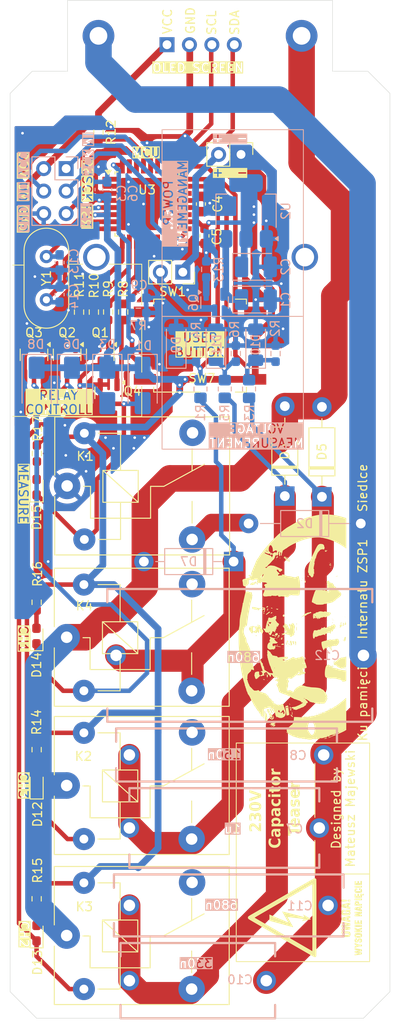
<source format=kicad_pcb>
(kicad_pcb (version 20240108) (generator "pcbnew") (generator_version "8.0")
  (layers (0 "F.Cu" signal) (31 "B.Cu" signal) (34 "B.Paste" user) (35 "F.Paste" user) (36 "B.SilkS" user "B.Silkscreen") (37 "F.SilkS" user "F.Silkscreen") (38 "B.Mask" user) (39 "F.Mask" user) (44 "Edge.Cuts" user))
  (net 0 "")
  (net 1 "Net-(Q6-S)")
  (net 2 "GND")
  (net 3 "VCC")
  (net 4 "Net-(U3-AREF)")
  (net 5 "Net-(D2-K)")
  (net 6 "/CH3_230")
  (net 7 "/CH2_230")
  (net 8 "/CH1_230")
  (net 9 "Net-(U3-XTAL1{slash}PB6)")
  (net 10 "Net-(U3-XTAL2{slash}PB7)")
  (net 11 "Net-(D1-A)")
  (net 12 "Net-(D2-A)")
  (net 13 "Net-(D12-K)")
  (net 14 "Net-(D4-A)")
  (net 15 "Net-(D13-K)")
  (net 16 "Net-(D14-K)")
  (net 17 "/CH1_MEASURE")
  (net 18 "/CH2_MEASURE")
  (net 19 "/CH3_MEASURE")
  (net 20 "Net-(D12-A)")
  (net 21 "Net-(D13-A)")
  (net 22 "Net-(D14-A)")
  (net 23 "Net-(D15-A)")
  (net 24 "/RESET")
  (net 25 "/SCK")
  (net 26 "/MISO")
  (net 27 "/MOSI")
  (net 28 "/SDA")
  (net 29 "/SCL")
  (net 30 "Net-(J4-Pin_2)")
  (net 35 "Net-(Q1-B)")
  (net 36 "Net-(Q2-B)")
  (net 37 "Net-(Q3-B)")
  (net 38 "Net-(Q4-B)")
  (net 39 "Net-(Q6-G)")
  (net 40 "Net-(Q6-D)")
  (net 41 "Net-(U3-PD2)")
  (net 42 "/MEASURE_EN")
  (net 43 "/CH3")
  (net 44 "/CH2")
  (net 45 "/CH1")
  (footprint "Package_TO_SOT_SMD:SOT-23" (layer "F.Cu") (at 123.7 83.5375 -90)
    (property "Reference" "Q3")
    (property "Value" "MMBTA44")
  )
  (footprint "Connector_PinHeader_2.54mm:PinHeader_1x02_P2.54mm_Vertical" (layer "F.Cu") (at 147.14 60.9 -90)
    (property "Reference" "J4" (hide yes))
    (property "Value" "battery")
  )
  (footprint "Capacitor_SMD:C_0603_1608Metric_Pad1.08x0.95mm_HandSolder" (layer "F.Cu") (at 142.6 66.5 -90)
    (property "Reference" "C4")
    (property "Value" "100n")
  )
  (footprint "Resistor_SMD:R_0603_1608Metric_Pad0.98x0.95mm_HandSolder" (layer "F.Cu") (at 130.48 78.7125 90)
    (property "Reference" "R10")
    (property "Value" "510R")
  )
  (footprint "Resistor_SMD:R_0603_1608Metric_Pad0.98x0.95mm_HandSolder" (layer "F.Cu") (at 131 58.4 -90)
    (property "Reference" "R12")
    (property "Value" "10k")
  )
  (footprint "Teaser:AC_plug" (layer "F.Cu") (at 154 47.5 180)
    (property "Reference" "J2" (hide yes))
    (property "Value" "AC_Plug")
  )
  (footprint "LOGO" (layer "F.Cu") (at 151.9 116 180)
    (property "Reference" "G***" (hide yes))
    (property "Value" "LOGO" (hide yes))
  )
  (footprint "Package_QFP:TQFP-32_7x7mm_P0.8mm" (layer "F.Cu") (at 136.5 66.5)
    (property "Reference" "U3")
    (property "Value" "ATmega328P-A")
  )
  (footprint "Relay_THT:Relay_SPDT_SANYOU_SRD_Series_Form_C" (layer "F.Cu") (at 127.45 98.35)
    (property "Reference" "K1")
    (property "Value" "~")
  )
  (footprint "Resistor_SMD:R_0603_1608Metric_Pad0.98x0.95mm_HandSolder" (layer "F.Cu") (at 133.8 78.7 90)
    (property "Reference" "R8")
    (property "Value" "510R")
  )
  (footprint "Relay_THT:Relay_SPDT_SANYOU_SRD_Series_Form_C" (layer "F.Cu") (at 127.4 132.2)
    (property "Reference" "K2")
    (property "Value" "~")
  )
  (footprint "Resistor_SMD:R_0603_1608Metric_Pad0.98x0.95mm_HandSolder" (layer "F.Cu") (at 124.03 94.6875 -90)
    (property "Reference" "R17")
    (property "Value" "1k")
  )
  (footprint "Capacitor_SMD:C_0603_1608Metric_Pad1.08x0.95mm_HandSolder" (layer "F.Cu") (at 143 70.1 90)
    (property "Reference" "C5")
    (property "Value" "100n")
  )
  (footprint "LED_SMD:LED_0603_1608Metric_Pad1.05x0.95mm_HandSolder" (layer "F.Cu") (at 123.98 115.3125 90)
    (property "Reference" "D14")
    (property "Value" "LED")
  )
  (footprint "Package_TO_SOT_SMD:SOT-23" (layer "F.Cu") (at 131.2 83.5375 -90)
    (property "Reference" "Q1")
    (property "Value" "MMBTA44")
  )
  (footprint "Relay_THT:Relay_SPDT_SANYOU_SRD_Series_Form_C" (layer "F.Cu") (at 127.4 115.45)
    (property "Reference" "K4")
    (property "Value" "~")
  )
  (footprint "MountingHole:MountingHole_3.2mm_M3_DIN965" (layer "F.Cu") (at 160 55)
    (property "Reference" "H2" (hide yes))
    (property "Value" "MountingHole")
  )
  (footprint "Package_TO_SOT_SMD:SOT-23" (layer "F.Cu") (at 132.15 87.8375 -90)
    (property "Reference" "Q4")
    (property "Value" "MMBTA44")
  )
  (footprint "Connector_PinSocket_2.54mm:PinSocket_1x02_P2.54mm_Vertical" (layer "F.Cu") (at 140.55 74.2 -90)
    (property "Reference" "SW1")
    (property "Value" "Włancznik")
  )
  (footprint "Relay_THT:Relay_SPDT_SANYOU_SRD_Series_Form_C" (layer "F.Cu") (at 127.4 149.15)
    (property "Reference" "K3")
    (property "Value" "~")
  )
  (footprint "LED_SMD:LED_0603_1608Metric_Pad1.05x0.95mm_HandSolder" (layer "F.Cu") (at 124 98.5 90)
    (property "Reference" "D15")
    (property "Value" "LED")
  )
  (footprint "Resistor_SMD:R_0603_1608Metric_Pad0.98x0.95mm_HandSolder" (layer "F.Cu") (at 128.8 78.7125 90)
    (property "Reference" "R11")
    (property "Value" "510R")
  )
  (footprint "Package_TO_SOT_SMD:SOT-23" (layer "F.Cu") (at 127.45 83.5375 -90)
    (property "Reference" "Q2")
    (property "Value" "MMBTA44")
  )
  (footprint "LED_SMD:LED_0603_1608Metric_Pad1.05x0.95mm_HandSolder" (layer "F.Cu") (at 124 132.0625 90)
    (property "Reference" "D12")
    (property "Value" "LED")
  )
  (footprint "Crystal:Crystal_HC49-U_Vertical" (layer "F.Cu") (at 125.1 77.32 90)
    (property "Reference" "Y1")
    (property "Value" "16kHz")
  )
  (footprint "Teaser:OLED_screen" (layer "F.Cu") (at 138.76 48.5)
    (property "Reference" "J3" (hide yes))
    (property "Value" "OLED")
  )
  (footprint "Diode_THT:D_DO-41_SOD81_P10.16mm_Horizontal" (layer "F.Cu") (at 152.1 99.5 90)
    (property "Reference" "D4")
    (property "Value" "1N4007")
  )
  (footprint "MountingHole:MountingHole_3.2mm_M3_DIN965" (layer "F.Cu") (at 160 154.5)
    (property "Reference" "H3" (hide yes))
    (property "Value" "MountingHole")
  )
  (footprint "LOGO" (layer "F.Cu") (at 154.7 147.2 90)
    (property "Reference" "G***" (hide yes))
    (property "Value" "LOGO" (hide yes))
  )
  (footprint "Resistor_SMD:R_0603_1608Metric_Pad0.98x0.95mm_HandSolder" (layer "F.Cu") (at 124 111.5 -90)
    (property "Reference" "R16")
    (property "Value" "1k")
  )
  (footprint "MountingHole:MountingHole_3.2mm_M3_DIN965" (layer "F.Cu") (at 125 55)
    (property "Reference" "H1" (hide yes))
    (property "Value" "MountingHole")
  )
  (footprint "Resistor_SMD:R_0603_1608Metric_Pad0.98x0.95mm_HandSolder" (layer "F.Cu") (at 124 145 -90)
    (property "Reference" "R15")
    (property "Value" "1k")
  )
  (footprint "Resistor_SMD:R_0603_1608Metric_Pad0.98x0.95mm_HandSolder" (layer "F.Cu") (at 132.1 78.7 90)
    (property "Reference" "R9")
    (property "Value" "510R")
  )
  (footprint "Button_Switch_SMD:SW_MEC_5GSH9" (layer "F.Cu") (at 142.5 82.5 90)
    (property "Reference" "SW7")
    (property "Value" "SW_Push")
  )
  (footprint "LED_SMD:LED_0603_1608Metric_Pad1.05x0.95mm_HandSolder" (layer "F.Cu") (at 123.99 148.8875 90)
    (property "Reference" "D13")
    (property "Value" "LED")
  )
  (footprint "Resistor_SMD:R_0603_1608Metric_Pad0.98x0.95mm_HandSolder" (layer "F.Cu") (at 124 128.15 -90)
    (property "Reference" "R14")
    (property "Value" "1k")
  )
  (footprint "Diode_THT:D_DO-41_SOD81_P10.16mm_Horizontal" (layer "F.Cu") (at 156.3 99.58 90)
    (property "Reference" "D5")
    (property "Value" "1N4007")
  )
  (footprint "Resistor_SMD:R_0805_2012Metric_Pad1.20x1.40mm_HandSolder" (layer "B.Cu") (at 148.05 87.4 90)
    (property "Reference" "R3")
    (property "Value" "1M")
  )
  (footprint "Resistor_SMD:R_0603_1608Metric_Pad0.98x0.95mm_HandSolder" (layer "B.Cu") (at 135.5125 78.8)
    (property "Reference" "R7")
    (property "Value" "10k")
  )
  (footprint "Package_TO_SOT_SMD:SOT-23" (layer "B.Cu") (at 144.15 77.6375 -90)
    (property "Reference" "Q6")
    (property "Value" "AO3401A")
  )
  (footprint "Capacitor_SMD:C_0603_1608Metric_Pad1.08x0.95mm_HandSolder" (layer "B.Cu") (at 126.6 76.7325 -90)
    (property "Reference" "C14")
    (property "Value" "30p")
  )
  (footprint "Diode_SMD:D_SMA" (layer "B.Cu") (at 132 87 -90)
    (property "Reference" "D3")
    (property "Value" "SMA")
  )
  (footprint "Connector_PinHeader_2.54mm:PinHeader_2x03_P2.54mm_Vertical" (layer "B.Cu") (at 127.34 62.5 180)
    (property "Reference" "J1" (hide yes))
    (property "Value" "Programator")
  )
  (footprint "Teaser:C_330n_szar" (layer "B.Cu") (at 150 154.25 180)
    (property "Reference" "C10")
    (property "Value" "330n")
  )
  (footprint "Diode_SMD:D_SMA" (layer "B.Cu") (at 124 87 -90)
    (property "Reference" "D8")
    (property "Value" "SMA")
  )
  (footprint "Diode_THT:D_DO-41_SOD81_P12.70mm_Horizontal" (layer "B.Cu") (at 160.7 102.6 180)
    (property "Reference" "D2")
    (property "Value" "1N4007")
  )
  (footprint "Teaser:C_680n_bia" (layer "B.Cu") (at 157 145.75 180)
    (property "Reference" "C11")
    (property "Value" "680n")
  )
  (footprint "Diode_SMD:D_SMA" (layer "B.Cu") (at 136 87 -90)
    (property "Reference" "D1")
    (property "Value" "SMA")
  )
  (footprint "Resistor_SMD:R_0805_2012Metric_Pad1.20x1.40mm_HandSolder" (layer "B.Cu") (at 145.3 87.4 90)
    (property "Reference" "R5")
    (property "Value" "1M")
  )
  (footprint "Capacitor_SMD:C_0603_1608Metric_Pad1.08x0.95mm_HandSolder" (layer "B.Cu") (at 132 64.8625 -90)
    (property "Reference" "C3")
    (property "Value" "100n")
  )
  (footprint "Teaser:C_1u_nieb" (layer "B.Cu") (at 156 137 180)
    (property "Reference" "C7")
    (property "Value" "1u")
  )
  (footprint "Capacitor_SMD:C_0603_1608Metric_Pad1.08x0.95mm_HandSolder" (layer "B.Cu") (at 126.6 73.1075 90)
    (property "Reference" "C13" (hide yes))
    (property "Value" "30p")
  )
  (footprint "Teaser:C_680n_nieb" (layer "B.Cu") (at 161 117.5 180)
    (property "Reference" "C12")
    (property "Value" "680n")
  )
  (footprint "Capacitor_SMD:C_0603_1608Metric_Pad1.08x0.95mm_HandSolder" (layer "B.Cu") (at 130.1 64.8625 -90)
    (property "Reference" "C6")
    (property "Value" "100n")
  )
  (footprint "Diode_SMD:D_SMA" (layer "B.Cu") (at 128 87 -90)
    (property "Reference" "D6")
    (property "Value" "SMA")
  )
  (footprint "Diode_SMD:D_MiniMELF" (layer "B.Cu") (at 139.8 82.4 90)
    (property "Reference" "D9")
    (property "Value" "1N4733A (5.1V)")
  )
  (footprint "Resistor_SMD:R_0603_1608Metric_Pad0.98x0.95mm_HandSolder" (layer "B.Cu") (at 142.05 83.4 90)
    (property "Reference" "R4")
    (property "Value" "10k")
  )
  (footprint "Capacitor_SMD:C_0603_1608Metric_Pad1.08x0.95mm_HandSolder" (layer "B.Cu") (at 135.5125 77.1 180)
    (property "Reference" "C9")
    (property "Value" "100n")
  )
  (footprint "Resistor_SMD:R_0805_2012Metric_Pad1.20x1.40mm_HandSolder" (layer "B.Cu") (at 142.55 87.4 90)
    (property "Reference" "R1")
    (property "Value" "1M")
  )
  (footprint "Capacitor_Tantalum_SMD:CP_EIA-3528-12_Kemet-T_Pad1.50x2.35mm_HandSolder" (layer "B.Cu") (at 148.825 77.3)
    (property "Reference" "C1")
    (property "Value" "10u")
  )
  (footprint "Diode_SMD:D_MiniMELF" (layer "B.Cu") (at 148.8 82.4 90)
    (property "Reference" "D10")
    (property "Value" "1N4733A (5.1V)")
  )
  (footprint "Teaser:C_150n_bia" (layer "B.Cu") (at 156.5 128.75 180)
    (property "Reference" "C8")
    (property "Value" "150n")
  )
  (footprint "Diode_SMD:D_MiniMELF" (layer "B.Cu") (at 144.3 82.4 90)
    (property "Reference" "D11")
    (property "Value" "1N4733A (5.1V)")
  )
  (footprint "Resistor_SMD:R_0603_1608Metric_Pad0.98x0.95mm_HandSolder" (layer "B.Cu") (at 151.05 83.4 90)
    (property "Reference" "R2")
    (property "Value" "10k")
  )
  (footprint "Package_TO_SOT_SMD:SOT-223-3_TabPin2" (layer "B.Cu") (at 147.71 67.2875 90)
    (property "Reference" "U2")
    (property "Value" "LM1117MP-5.0")
  )
  (footprint "Resistor_SMD:R_0603_1608Metric_Pad0.98x0.95mm_HandSolder" (layer "B.Cu") (at 143.2 73.8875 90)
    (property "Reference" "R13")
    (property "Value" "10k")
  )
  (footprint "Diode_THT:D_DO-41_SOD81_P10.16mm_Horizontal" (layer "B.Cu") (at 146.3 106.9 180)
    (property "Reference" "D7")
    (property "Value" "1N4007")
  )
  (footprint "Capacitor_Tantalum_SMD:CP_EIA-3528-12_Kemet-T_Pad1.50x2.35mm_HandSolder" (layer "B.Cu") (at 148.825 73.6)
    (property "Reference" "C2")
    (property "Value" "10u")
  )
  (footprint "Resistor_SMD:R_0603_1608Metric_Pad0.98x0.95mm_HandSolder" (layer "B.Cu") (at 146.55 83.4 90)
    (property "Reference" "R6")
    (property "Value" "10k")
  )
  (gr_rect (start 138.2 79.2) (end 154.2 94.2) (stroke (width 0.1)) (fill none) (layer "B.SilkS"))
  (gr_rect (start 138.2 58.1) (end 154.2 79.2) (stroke (width 0.1)) (fill none) (layer "B.SilkS"))
  (gr_line (start 161.7 142.2) (end 146.6 142.2) (stroke (width 0.1)) (layer "F.SilkS"))
  (gr_line (start 155.5 129.7) (end 155.5 135.8) (stroke (width 0.1)) (layer "F.SilkS"))
  (gr_line (start 121.3 90.5) (end 135.9 90.5) (stroke (width 0.1)) (layer "F.SilkS"))
  (gr_line (start 121.3 73.4) (end 122.6 73.4) (stroke (width 0.1)) (layer "F.SilkS"))
  (gr_line (start 132.2 73.3) (end 135.9 73.3) (stroke (width 0.1)) (layer "F.SilkS"))
  (gr_rect (start 146.6 127.4) (end 161.7 152.1) (stroke (width 0.1)) (fill none) (layer "F.SilkS"))
  (gr_line (start 135.9 79.5) (end 135.9 85.5) (stroke (width 0.1)) (layer "F.SilkS"))
  (gr_line (start 127.9 73.3) (end 127.7 73.3) (stroke (width 0.1)) (layer "F.SilkS"))
  (gr_line (start 122.3 73.4) (end 121.3 73.4) (stroke (width 0.1)) (layer "F.SilkS"))
  (gr_line (start 127.9 73.3) (end 129.2 73.3) (stroke (width 0.1)) (layer "F.SilkS"))
  (gr_line (start 135.9 87.1) (end 135.9 90.5) (stroke (width 0.1)) (layer "F.SilkS"))
  (gr_line (start 155.5 138.4) (end 155.5 142.2) (stroke (width 0.1)) (layer "F.SilkS"))
  (gr_line (start 135.9 73.3) (end 135.9 77.9) (stroke (width 0.1)) (layer "F.SilkS"))
  (gr_line (start 157.5 43.5) (end 157.5 51.5) (stroke (width 0.05)) (layer "Edge.Cuts"))
  (gr_line (start 127.5 43.5) (end 127.5 51.5) (stroke (width 0.05)) (layer "Edge.Cuts"))
  (gr_line (start 161.5 51.5) (end 164 54) (stroke (width 0.05)) (layer "Edge.Cuts"))
  (gr_line (start 127.5 51.5) (end 123.5 51.5) (stroke (width 0.05)) (layer "Edge.Cuts"))
  (gr_line (start 164 155.5) (end 164 54) (stroke (width 0.05)) (layer "Edge.Cuts"))
  (gr_line (start 124 158.5) (end 121 155.5) (stroke (width 0.05)) (layer "Edge.Cuts"))
  (gr_line (start 121 147.5) (end 121 54) (stroke (width 0.05)) (layer "Edge.Cuts"))
  (gr_line (start 123.5 51.5) (end 121 54) (stroke (width 0.05)) (layer "Edge.Cuts"))
  (gr_line (start 157.5 51.5) (end 161.5 51.5) (stroke (width 0.05)) (layer "Edge.Cuts"))
  (gr_line (start 161 158.5) (end 164 155.5) (stroke (width 0.05)) (layer "Edge.Cuts"))
  (gr_line (start 121 147.5) (end 121 155.5) (stroke (width 0.05)) (layer "Edge.Cuts"))
  (gr_line (start 124 158.5) (end 161 158.5) (stroke (width 0.05)) (layer "Edge.Cuts"))
  (gr_line (start 127.5 43.5) (end 157.5 43.5) (stroke (width 0.05)) (layer "Edge.Cuts"))
  (gr_text "RST" (at 129 69.3 -90) (layer "B.SilkS" knockout) (effects (font (size 1 1)) (justify left bottom mirror)))
  (gr_text "VOLTAGE\nMEASUREMENT" (at 148.9 94.1 0) (layer "B.SilkS" knockout) (effects (font (size 1 1)) (justify bottom mirror)))
  (gr_text "GND" (at 121.9 69.75 -90) (layer "B.SilkS" knockout) (effects (font (size 1 1)) (justify left bottom mirror)))
  (gr_text "+  -" (at 143.8 58.6 180) (layer "B.SilkS" knockout) (effects (font (size 1 1)) (justify left bottom mirror)))
  (gr_text "1u" (at 147.2 137.7 0) (layer "B.SilkS" knockout) (effects (font (size 1 1)) (justify left bottom mirror)))
  (gr_text "MI" (at 129.2 60.1 -90) (layer "B.SilkS" knockout) (effects (font (size 1 1)) (justify left bottom mirror)))
  (gr_text "680n" (at 146.9 146.3 0) (layer "B.SilkS" knockout) (effects (font (size 1 1)) (justify left bottom mirror)))
  (gr_text "330n" (at 144 152.9 0) (layer "B.SilkS" knockout) (effects (font (size 1 1)) (justify left bottom mirror)))
  (gr_text "C13" (at 128.8 71.4 90) (layer "B.SilkS") (effects (font (size 1 1)) (justify left bottom mirror)))
  (gr_text "POWER\nMANAGEMENT" (at 141.1 66.4 90) (layer "B.SilkS" knockout) (effects (font (size 1 1)) (justify bottom mirror)))
  (gr_text "680n" (at 149.4 118.3 0) (layer "B.SilkS" knockout) (effects (font (size 1 1)) (justify left bottom mirror)))
  (gr_text "150n" (at 147.2 129.3 0) (layer "B.SilkS" knockout) (effects (font (size 1 1)) (justify left bottom mirror)))
  (gr_text "VCC" (at 121.9 63.55 -90) (layer "B.SilkS" knockout) (effects (font (size 1 1)) (justify left bottom mirror)))
  (gr_text "MO" (at 121.9 66.3 -90) (layer "B.SilkS" knockout) (effects (font (size 1 1)) (justify left bottom mirror)))
  (gr_text "SCK" (at 129.2 63.4 -90) (layer "B.SilkS" knockout) (effects (font (size 1 1)) (justify left bottom mirror)))
  (gr_text "Ku pamięci    Internatu ZSP1    Siedlce" (at 161.5 127.3 90) (layer "F.SilkS") (effects (font (size 1 1)) (justify left bottom)))
  (gr_text "SCL" (at 144.4 47.5 90) (layer "F.SilkS") (effects (font (size 1 1)) (justify left bottom)))
  (gr_text "SDA" (at 147 47.5 90) (layer "F.SilkS") (effects (font (size 1 1)) (justify left bottom)))
  (gr_text "GND" (at 121.8 66.6 -90) (layer "F.SilkS" knockout) (effects (font (size 1 1)) (justify left bottom)))
  (gr_text "RELAY\nCONTROLL" (at 126.5 90.3 0) (layer "F.SilkS" knockout) (effects (font (size 1 1)) (justify bottom)))
  (gr_text "MO" (at 121.8 63.9 -90) (layer "F.SilkS" knockout) (effects (font (size 1 1)) (justify left bottom)))
  (gr_text "USER\nBUTTON" (at 142.5 83.8 0) (layer "F.SilkS" knockout) (effects (font (size 1 1)) (justify bottom)))
  (gr_text "+  -" (at 143.8 63.5 0) (layer "F.SilkS" knockout) (effects (font (size 1 1)) (justify left bottom)))
  (gr_text "OLED SCREEN" (at 137 51.7 0) (layer "F.SilkS" knockout) (effects (font (size 1 1)) (justify left bottom)))
  (gr_text "RST" (at 129.1 66.4 -90) (layer "F.SilkS" knockout) (effects (font (size 1 1)) (justify left bottom)))
  (gr_text "CH1" (at 121.9 114 -90) (layer "F.SilkS" knockout) (effects (font (size 1 1)) (justify left bottom)))
  (gr_text "230V \nCapacitor\nTeaser" (at 154 134.8 90) (layer "F.SilkS") (effects (font (size 1.3 1.2) (thickness 0.2) (bold yes)) (justify bottom)))
  (gr_text "MI" (at 129.1 61.4 -90) (layer "F.SilkS" knockout) (effects (font (size 1 1)) (justify left bottom)))
  (gr_text "MCU" (at 134.7 61.3 0) (layer "F.SilkS" knockout) (effects (font (size 1 1)) (justify left bottom)))
  (gr_text "CH3" (at 121.9 130.6 270) (layer "F.SilkS" knockout) (effects (font (size 1 1)) (justify left bottom)))
  (gr_text "SCK" (at 129.1 63.2 -90) (layer "F.SilkS" knockout) (effects (font (size 1 1)) (justify left bottom)))
  (gr_text "VCC" (at 121.8 60.7 -90) (layer "F.SilkS" knockout) (effects (font (size 1 1)) (justify left bottom)))
  (gr_text "Designed by\nMateusz Majewski" (at 160.1 134.8 90) (layer "F.SilkS") (effects (font (size 1 1)) (justify bottom)))
  (gr_text "VCC" (at 139.4 47.4 90) (layer "F.SilkS") (effects (font (size 1 1)) (justify left bottom)))
  (gr_text "GND" (at 142 47.4 90) (layer "F.SilkS") (effects (font (size 1 1)) (justify left bottom)))
  (gr_text "CH2" (at 122 147.4 270) (layer "F.SilkS" knockout) (effects (font (size 1 1)) (justify left bottom)))
  (gr_text "MEASURE" (at 121.9 95.7 270) (layer "F.SilkS" knockout) (effects (font (size 1 1)) (justify left bottom)))
  (segment (start 145.41 76.59) (end 145.3 76.7) (width 0.762) (layer "B.Cu") (net 1))
  (segment (start 145.41 70.4375) (end 145.41 76.59) (width 0.762) (layer "B.Cu") (net 1))
  (segment (start 146.12 77.3) (end 147.45 77.3) (width 0.762) (layer "B.Cu") (net 1))
  (segment (start 145.41 76.59) (end 146.12 77.3) (width 0.762) (layer "B.Cu") (net 1))
  (segment (start 145.3 76.7) (end 145.9 77.3) (width 0.762) (layer "B.Cu") (net 1))
  (segment (start 145.9 77.3) (end 147.45 77.3) (width 0.762) (layer "B.Cu") (net 1))
  (segment (start 130.4 64.6) (end 130.4 64.633) (width 0.508) (layer "F.Cu") (net 2))
  (segment (start 142.1375 66.1) (end 140.75 66.1) (width 0.508) (layer "F.Cu") (net 2))
  (segment (start 130.4 64.633) (end 130.996 65.229) (width 0.508) (layer "F.Cu") (net 2))
  (segment (start 143.6 66.4) (end 143.3625 66.4) (width 0.508) (layer "F.Cu") (net 2))
  (segment (start 143.3625 66.4) (end 142.6 65.6375) (width 0.508) (layer "F.Cu") (net 2))
  (segment (start 141.34 58.26) (end 140.8 58.8) (width 0.762) (layer "F.Cu") (net 2))
  (segment (start 140.75 66.1) (end 138.8 66.1) (width 0.508) (layer "F.Cu") (net 2))
  (segment (start 132.25 65.3) (end 134.6 65.3) (width 0.508) (layer "F.Cu") (net 2))
  (segment (start 130.996 65.229) (end 132.179 65.229) (width 0.508) (layer "F.Cu") (net 2))
  (segment (start 126.6 82.5) (end 126.5 82.6) (width 0.508) (layer "F.Cu") (net 2))
  (segment (start 131.1 82.6) (end 130.25 82.6) (width 0.508) (layer "F.Cu") (net 2))
  (segment (start 132.25 66.9) (end 134.6 66.9) (width 0.508) (layer "F.Cu") (net 2))
  (segment (start 141.34 48.375) (end 141.34 58.26) (width 0.762) (layer "F.Cu") (net 2))
  (segment (start 134.6 66.9) (end 134.7 67) (width 0.508) (layer "F.Cu") (net 2))
  (segment (start 132.179 65.229) (end 132.25 65.3) (width 0.508) (layer "F.Cu") (net 2))
  (segment (start 127.5 82.5) (end 126.6 82.5) (width 0.508) (layer "F.Cu") (net 2))
  (segment (start 142.6 65.6375) (end 142.1375 66.1) (width 0.508) (layer "F.Cu") (net 2))
  (segment (start 131 66.9) (end 132.25 66.9) (width 0.508) (layer "F.Cu") (net 2))
  (via (at 131 62.3) (size 0.6) (drill 0.3) (layers "F.Cu" "B.Cu") (net 2))
  (via (at 129.6 95) (size 0.6) (drill 0.3) (layers "F.Cu" "B.Cu") (net 2))
  (via (at 127.6 78.5) (size 0.6) (drill 0.3) (layers "F.Cu" "B.Cu") (net 2))
  (via (at 143.6 66.4) (size 0.6) (drill 0.3) (layers "F.Cu" "B.Cu") (net 2))
  (via (at 137.3 72.4) (size 0.6) (drill 0.3) (layers "F.Cu" "B.Cu") (net 2))
  (via (at 125.3 106.9) (size 0.6) (drill 0.3) (layers "F.Cu" "B.Cu") (net 2))
  (via (at 131.1 82.6) (size 0.6) (drill 0.3) (layers "F.Cu" "B.Cu") (net 2))
  (via (at 137.9 84.6) (size 0.6) (drill 0.3) (layers "F.Cu" "B.Cu") (net 2))
  (via (at 136.1 66.5) (size 0.6) (drill 0.3) (layers "F.Cu" "B.Cu") (net 2))
  (via (at 142.6 79.6) (size 0.6) (drill 0.3) (layers "F.Cu" "B.Cu") (net 2))
  (via (at 143.2 72) (size 0.6) (drill 0.3) (layers "F.Cu" "B.Cu") (net 2))
  (via (at 129.6 96.7) (size 0.6) (drill 0.3) (layers "F.Cu" "B.Cu") (net 2))
  (via (at 124.2 108.7) (size 0.6) (drill 0.3) (layers "F.Cu" "B.Cu") (net 2))
  (via (at 122.4 58.5) (size 0.6) (drill 0.3) (layers "F.Cu" "B.Cu") (net 2))
  (via (at 151.9 80.6) (size 0.6) (drill 0.3) (layers "F.Cu" "B.Cu") (net 2))
  (via (at 135 94.1) (size 0.6) (drill 0.3) (layers "F.Cu" "B.Cu") (net 2))
  (via (at 150 68.4) (size 0.6) (drill 0.3) (layers "F.Cu" "B.Cu") (net 2))
  (via (at 138.3 77.7) (size 0.6) (drill 0.3) (layers "F.Cu" "B.Cu") (net 2))
  (via (at 140.5 71.6) (size 0.6) (drill 0.3) (layers "F.Cu" "B.Cu") (net 2))
  (via (at 136.7 80.4) (size 0.6) (drill 0.3) (layers "F.Cu" "B.Cu") (net 2))
  (via (at 135.1 92.9) (size 0.6) (drill 0.3) (layers "F.Cu" "B.Cu") (net 2))
  (via (at 122.2 90) (size 0.6) (drill 0.3) (layers "F.Cu" "B.Cu") (net 2))
  (via (at 127.2 91.5) (size 0.6) (drill 0.3) (layers "F.Cu" "B.Cu") (net 2))
  (via (at 131.8 92.9) (size 0.6) (drill 0.3) (layers "F.Cu" "B.Cu") (net 2))
  (via (at 129.2 74.4) (size 0.6) (drill 0.3) (layers "F.Cu" "B.Cu") (net 2))
  (via (at 132.7 94.1) (size 0.6) (drill 0.3) (layers "F.Cu" "B.Cu") (net 2))
  (via (at 141.1 76.2) (size 0.6) (drill 0.3) (layers "F.Cu" "B.Cu") (net 2))
  (via (at 148.8 77.3) (size 0.6) (drill 0.3) (layers "F.Cu" "B.Cu") (net 2))
  (via (at 127.3 94.9) (size 0.6) (drill 0.3) (layers "F.Cu" "B.Cu") (net 2))
  (via (at 125.8 83.8) (size 0.6) (drill 0.3) (layers "F.Cu" "B.Cu") (net 2))
  (via (at 134.4 68.8) (size 0.6) (drill 0.3) (layers "F.Cu" "B.Cu") (net 2))
  (via (at 127.5 82.5) (size 0.6) (drill 0.3) (layers "F.Cu" "B.Cu") (net 2))
  (via (at 136.2 92.9) (size 0.6) (drill 0.3) (layers "F.Cu" "B.Cu") (net 2))
  (via (at 134.4 64) (size 0.6) (drill 0.3) (layers "F.Cu" "B.Cu") (net 2))
  (via (at 132.4 57.8) (size 0.6) (drill 0.3) (layers "F.Cu" "B.Cu") (net 2))
  (via (at 122.9 80) (size 0.6) (drill 0.3) (layers "F.Cu" "B.Cu") (net 2))
  (via (at 126 86.7) (size 0.6) (drill 0.3) (layers "F.Cu" "B.Cu") (net 2))
  (via (at 140.8 58.8) (size 0.6) (drill 0.3) (layers "F.Cu" "B.Cu") (net 2))
  (via (at 123.8 74.7) (size 0.6) (drill 0.3) (layers "F.Cu" "B.Cu") (net 2))
  (via (at 136.5 59.6) (size 0.6) (drill 0.3) (layers "F.Cu" "B.Cu") (net 2))
  (via (at 151.7 75.5) (size 0.6) (drill 0.3) (layers "F.Cu" "B.Cu") (net 2))
  (via (at 131 66.9) (size 0.6) (drill 0.3) (layers "F.Cu" "B.Cu") (net 2))
  (segment (start 150.3 78) (end 150.7 78.4) (width 0.762) (layer "B.Cu") (net 2))
  (segment (start 148.8 80.65) (end 149.2125 80.65) (width 0.762) (layer "B.Cu") (net 2))
  (segment (start 130.354 66.946) (end 129.9 67.4) (width 0.508) (layer "B.Cu") (net 2))
  (segment (start 150.3 75.5) (end 150.3 78) (width 0.762) (layer "B.Cu") (net 2))
  (segment (start 139.8 80.65) (end 140.2125 80.65) (width 0.762) (layer "B.Cu") (net 2))
  (segment (start 150.01 70.4375) (end 150.3 70.7275) (width 0.762) (layer "B.Cu") (net 2))
  (segment (start 150.3 70.7275) (end 150.3 75.5) (width 0.762) (layer "B.Cu") (net 2))
  (segment (start 130.954 66.946) (end 130.354 66.946) (width 0.508) (layer "B.Cu") (net 2))
  (segment (start 144.3 80.65) (end 144.7125 80.65) (width 0.762) (layer "B.Cu") (net 2))
  (segment (start 148.8 80.3) (end 148.8 80.65) (width 0.762) (layer "B.Cu") (net 2))
  (segment (start 131 66.9) (end 130.954 66.946) (width 0.508) (layer "B.Cu") (net 2))
  (segment (start 131 56.175) (end 138.8 48.375) (width 0.762) (layer "F.Cu") (net 3))
  (segment (start 123 64.24) (end 124.74 62.5) (width 0.762) (layer "F.Cu") (net 3))
  (segment (start 130.587682 66.046) (end 129.8 66.833682) (width 0.508) (layer "F.Cu") (net 3))
  (segment (start 131.266318 66.1) (end 132.25 66.1) (width 0.508) (layer "F.Cu") (net 3))
  (segment (start 148.6 66.8) (end 148.6 68.6) (width 0.762) (layer "F.Cu") (net 3))
  (segment (start 148.6 74.2) (end 150.6 76.2) (width 0.762) (layer "F.Cu") (net 3))
  (segment (start 130.666318 67.7) (end 132.25 67.7) (width 0.508) (layer "F.Cu") (net 3))
  (segment (start 150.6 79.7) (end 148.75 81.55) (width 0.762) (layer "F.Cu") (net 3))
  (segment (start 124.0125 127.2375) (end 125 126.25) (width 0.508) (layer "F.Cu") (net 3))
  (segment (start 131.212318 66.046) (end 131.266318 66.1) (width 0.508) (layer "F.Cu") (net 3))
  (segment (start 131 57.4875) (end 131 56.175) (width 0.762) (layer "F.Cu") (net 3))
  (segment (start 130.133159 67.733159) (end 129.8 67.4) (width 0.508) (layer "F.Cu") (net 3))
  (segment (start 124.03 93.775) (end 125.005 92.8) (width 0.508) (layer "F.Cu") (net 3))
  (segment (start 140.8 86.358096) (end 140.2 86.958096) (width 0.762) (layer "F.Cu") (net 3))
  (segment (start 125 126.25) (end 129.35 126.25) (width 0.508) (layer "F.Cu") (net 3))
  (segment (start 124 110.5875) (end 125.0875 109.5) (width 0.508) (layer "F.Cu") (net 3))
  (segment (start 142.2625 68.5) (end 143 69.2375) (width 0.508) (layer "F.Cu") (net 3))
  (segment (start 148.75 81.55) (end 148.75 86.31) (width 0.762) (layer "F.Cu") (net 3))
  (segment (start 129.06 68.14) (end 128.06 69.14) (width 0.762) (layer "F.Cu") (net 3))
  (segment (start 123 67.94) (end 123 64.24) (width 0.762) (layer "F.Cu") (net 3))
  (segment (start 130.633159 67.733159) (end 130.133159 67.733159) (width 0.508) (layer "F.Cu") (net 3))
  (segment (start 140.2 86.958096) (end 140.2 87.8) (width 0.762) (layer "F.Cu") (net 3))
  (segment (start 129.3 143.25) (end 129.35 143.2) (width 0.508) (layer "F.Cu") (net 3))
  (segment (start 143 69.2375) (end 143.5 68.7375) (width 0.508) (layer "F.Cu") (net 3))
  (segment (start 140.8 86.31) (end 148.75 86.31) (width 0.762) (layer "F.Cu") (net 3))
  (segment (start 124 144.0875) (end 124.8375 143.25) (width 0.508) (layer "F.Cu") (net 3))
  (segment (start 130.633159 67.733159) (end 130.666318 67.7) (width 0.508) (layer "F.Cu") (net 3))
  (segment (start 131.096 66.046) (end 131.212318 66.046) (width 0.508) (layer "F.Cu") (net 3))
  (segment (start 125.0875 109.5) (end 129.35 109.5) (width 0.508) (layer "F.Cu") (net 3))
  (segment (start 124.74 62.5) (end 124.8 62.5) (width 0.762) (layer "F.Cu") (net 3))
  (segment (start 140.75 68.5) (end 142.2625 68.5) (width 0.508) (layer "F.Cu") (net 3))
  (segment (start 129.3 92.8) (end 129.4 92.7) (width 0.508) (layer "F.Cu") (net 3))
  (segment (start 124.8 62.5) (end 129.8125 57.4875) (width 0.762) (layer "F.Cu") (net 3))
  (segment (start 129.8 67.4) (end 129.06 68.14) (width 0.762) (layer "F.Cu") (net 3))
  (segment (start 129.8 66.833682) (end 129.8 67.4) (width 0.508) (layer "F.Cu") (net 3))
  (segment (start 124 127.2375) (end 124.0125 127.2375) (width 0.508) (layer "F.Cu") (net 3))
  (segment (start 148.6 68.6) (end 148.6 74.2) (width 0.762) (layer "F.Cu") (net 3))
  (segment (start 131.096 66.046) (end 130.587682 66.046) (width 0.508) (layer "F.Cu") (net 3))
  (segment (start 128.06 69.14) (end 124.2 69.14) (width 0.762) (layer "F.Cu") (net 3))
  (segment (start 124.8375 143.25) (end 129.3 143.25) (width 0.508) (layer "F.Cu") (net 3))
  (segment (start 140.8 86.31) (end 140.8 86.358096) (width 0.762) (layer "F.Cu") (net 3))
  (segment (start 124.2 69.14) (end 123 67.94) (width 0.762) (layer "F.Cu") (net 3))
  (segment (start 150.6 76.2) (end 150.6 79.7) (width 0.762) (layer "F.Cu") (net 3))
  (segment (start 143.5 68.7375) (end 143.5 68.6) (width 0.508) (layer "F.Cu") (net 3))
  (segment (start 125.005 92.8) (end 129.3 92.8) (width 0.508) (layer "F.Cu") (net 3))
  (segment (start 129.8125 57.4875) (end 131 57.4875) (width 0.762) (layer "F.Cu") (net 3))
  (via (at 148.6 67.7) (size 0.6) (drill 0.3) (layers "F.Cu" "B.Cu") (net 3))
  (via (at 148.6 66.8) (size 0.6) (drill 0.3) (layers "F.Cu" "B.Cu") (net 3))
  (via (at 131.096 66.046) (size 0.6) (drill 0.3) (layers "F.Cu" "B.Cu") (net 3))
  (via (at 140.2 87.8) (size 0.6) (drill 0.3) (layers "F.Cu" "B.Cu") (net 3))
  (via (at 130.633159 67.733159) (size 0.6) (drill 0.3) (layers "F.Cu" "B.Cu") (net 3))
  (via (at 148.6 68.6) (size 0.6) (drill 0.3) (layers "F.Cu" "B.Cu") (net 3))
  (via (at 143.5 68.6) (size 0.6) (drill 0.3) (layers "F.Cu" "B.Cu") (net 3))
  (via (at 140.8 86.31) (size 0.6) (drill 0.3) (layers "F.Cu" "B.Cu") (net 3))
  (via (at 140.2 86.958096) (size 0.6) (drill 0.3) (layers "F.Cu" "B.Cu") (net 3))
  (segment (start 137.75 126.25) (end 137.75 114.5) (width 0.762) (layer "B.Cu") (net 3))
  (segment (start 131.5 94.7) (end 131.5 107.3) (width 0.762) (layer "B.Cu") (net 3))
  (segment (start 137.75 139.25) (end 137.75 126.25) (width 0.762) (layer "B.Cu") (net 3))
  (segment (start 132 67.6) (end 132 66.1625) (width 0.508) (layer "B.Cu") (net 3))
  (segment (start 131.5 107.3) (end 129.3 109.5) (width 0.762) (layer "B.Cu") (net 3))
  (segment (start 129.5 92.7) (end 129.4 92.7) (width 0.762) (layer "B.Cu") (net 3))
  (segment (start 135.5 141.35) (end 131.5 141.35) (width 0.762) (layer "B.Cu") (net 3))
  (segment (start 130.1 91.7) (end 129.4 92.4) (width 0.762) (layer "B.Cu") (net 3))
  (segment (start 131.2 141.35) (end 129.35 143.2) (width 0.762) (layer "B.Cu") (net 3))
  (segment (start 130.2 65.9625) (end 130.1 65.8625) (width 0.508) (layer "B.Cu") (net 3))
  (segment (start 132.75 109.5) (end 129.35 109.5) (width 0.762) (layer "B.Cu") (net 3))
  (segment (start 140.2 86.958096) (end 140.2 86.81) (width 0.762) (layer "B.Cu") (net 3))
  (segment (start 140.2 87.9) (end 136.4 91.7) (width 0.762) (layer "B.Cu") (net 3))
  (segment (start 143.5 68.6) (end 147.6 68.6) (width 0.508) (layer "B.Cu") (net 3))
  (segment (start 129.35 126.25) (end 131.6 124) (width 0.762) (layer "B.Cu") (net 3))
  (segment (start 133.2 71.7) (end 132 70.5) (width 0.762) (layer "B.Cu") (net 3))
  (segment (start 132 83.4) (end 133.2 82.2) (width 0.762) (layer "B.Cu") (net 3))
  (segment (start 140.8 86.31) (end 139.7 86.31) (width 0.762) (layer "B.Cu") (net 3))
  (segment (start 137.75 124) (end 137.75 126.25) (width 0.762) (layer "B.Cu") (net 3))
  (segment (start 135.5 141.5) (end 137.75 139.25) (width 0.762) (layer "B.Cu") (net 3))
  (segment (start 130.9 94.1) (end 129.5 92.7) (width 0.762) (layer "B.Cu") (net 3))
  (segment (start 139.7 86.31) (end 137.31 86.31) (width 0.762) (layer "B.Cu") (net 3))
  (segment (start 124 85) (end 136 85) (width 0.762) (layer "B.Cu") (net 3))
  (segment (start 130.1 65.725) (end 132 65.725) (width 0.762) (layer "B.Cu") (net 3))
  (segment (start 147.2 73.6) (end 147.5 73.3) (width 0.762) (layer "B.Cu") (net 3))
  (segment (start 129.3 109.5) (end 132.75 109.5) (width 0.762) (layer "B.Cu") (net 3))
  (segment (start 133.2 85) (end 136 85) (width 0.762) (layer "B.Cu") (net 3))
  (segment (start 133.2 82.2) (end 133.2 71.7) (width 0.762) (layer "B.Cu") (net 3))
  (segment (start 147.6 68.6) (end 147.71 68.71) (width 0.508) (layer "B.Cu") (net 3))
  (segment (start 147.71 68.71) (end 147.71 70.4375) (width 0.508) (layer "B.Cu") (net 3))
  (segment (start 137.75 114.5) (end 132.75 109.5) (width 0.762) (layer "B.Cu") (net 3))
  (segment (start 137.31 86.31) (end 136 85) (width 0.762) (layer "B.Cu") (net 3))
  (segment (start 130.9 94.1) (end 131.5 94.7) (width 0.762) (layer "B.Cu") (net 3))
  (segment (start 131.866841 67.733159) (end 132 67.6) (width 0.508) (layer "B.Cu") (net 3))
  (segment (start 136.4 91.7) (end 130.1 91.7) (width 0.762) (layer "B.Cu") (net 3))
  (segment (start 132 85) (end 136 85) (width 0.762) (layer "B.Cu") (net 3))
  (segment (start 131.5 141.35) (end 131.2 141.35) (width 0.762) (layer "B.Cu") (net 3))
  (segment (start 147.5 73.3) (end 147.5 70.6475) (width 0.762) (layer "B.Cu") (net 3))
  (segment (start 132 85) (end 132 83.4) (width 0.762) (layer "B.Cu") (net 3))
  (segment (start 147.5 70.6475) (end 147.71 70.4375) (width 0.762) (layer "B.Cu") (net 3))
  (segment (start 147.7 64.1475) (end 147.71 64.1375) (width 0.762) (layer "B.Cu") (net 3))
  (segment (start 132 70.5) (end 132 65.9625) (width 0.762) (layer "B.Cu") (net 3))
  (segment (start 140.2 86.81) (end 139.7 86.31) (width 0.762) (layer "B.Cu") (net 3))
  (segment (start 140.2 87.8) (end 140.2 87.9) (width 0.762) (layer "B.Cu") (net 3))
  (segment (start 130.633159 67.733159) (end 131.866841 67.733159) (width 0.508) (layer "B.Cu") (net 3))
  (segment (start 131.6 124) (end 137.75 124) (width 0.762) (layer "B.Cu") (net 3))
  (segment (start 142.6 67.3625) (end 142.1375 66.9) (width 0.508) (layer "F.Cu") (net 4))
  (segment (start 142.1375 66.9) (end 140.75 66.9) (width 0.508) (layer "F.Cu") (net 4))
  (segment (start 161 124) (end 156.5 128.5) (width 3) (layer "F.Cu") (net 5))
  (segment (start 157 138) (end 156 137) (width 3) (layer "F.Cu") (net 5))
  (segment (start 157 136) (end 157 128.5) (width 3) (layer "F.Cu") (net 5))
  (segment (start 157 145.5) (end 157 138) (width 3) (layer "F.Cu") (net 5))
  (segment (start 157 128.5) (end 157 145.5) (width 3) (layer "F.Cu") (net 5))
  (segment (start 156.75 128.75) (end 157 128.5) (width 3) (layer "F.Cu") (net 5))
  (segment (start 150 154.25) (end 157 147.25) (width 3) (layer "F.Cu") (net 5))
  (segment (start 156.5 128.5) (end 156.5 128.75) (width 3) (layer "F.Cu") (net 5))
  (segment (start 156.5 128.75) (end 156.75 128.75) (width 3) (layer "F.Cu") (net 5))
  (segment (start 161 117.5) (end 161 124) (width 3) (layer "F.Cu") (net 5))
  (segment (start 157 147.25) (end 157 145.5) (width 3) (layer "F.Cu") (net 5))
  (segment (start 156 137) (end 157 136) (width 3) (layer "F.Cu") (net 5))
  (segment (start 161 117.5) (end 160.9 117.4) (width 3) (layer "B.Cu") (net 5))
  (segment (start 135.2 54.7) (end 131 50.5) (width 3) (layer "B.Cu") (net 5))
  (segment (start 160.9 117.4) (end 160.9 64.2) (width 3) (layer "B.Cu") (net 5))
  (segment (start 160.9 116.6) (end 160.9 117.4) (width 2) (layer "B.Cu") (net 5))
  (segment (start 151.4 54.7) (end 135.2 54.7) (width 3) (layer "B.Cu") (net 5))
  (segment (start 160.9 64.2) (end 151.4 54.7) (width 3) (layer "B.Cu") (net 5))
  (segment (start 131 50.5) (end 131 47.5) (width 3) (layer "B.Cu") (net 5))
  (segment (start 136.7 138.7) (end 134.5 136.5) (width 2.5) (layer "F.Cu") (net 6))
  (segment (start 152.1 99.5) (end 152.1 105.1) (width 2.5) (layer "F.Cu") (net 6))
  (segment (start 150.8 106.4) (end 150.8 118.3) (width 2.5) (layer "F.Cu") (net 6))
  (segment (start 134.5 136.5) (end 134.5 128.75) (width 2.5) (layer "F.Cu") (net 6))
  (segment (start 150.8 118.3) (end 146.2 122.9) (width 2.5) (layer "F.Cu") (net 6))
  (segment (start 146.2 134.3) (end 141.8 138.7) (width 2.5) (layer "F.Cu") (net 6))
  (segment (start 146.2 122.9) (end 146.2 134.3) (width 2.5) (layer "F.Cu") (net 6))
  (segment (start 152.1 105.1) (end 150.8 106.4) (width 2.5) (layer "F.Cu") (net 6))
  (segment (start 141.8 138.7) (end 136.7 138.7) (width 2.5) (layer "F.Cu") (net 6))
  (segment (start 152.1 97.9) (end 152.1 99.5) (width 0.508) (layer "B.Cu") (net 6))
  (segment (start 145.25 88.05) (end 146.4 89.2) (width 0.508) (layer "B.Cu") (net 6))
  (segment (start 145.35 88.6) (end 145.3 88.65) (width 0.508) (layer "B.Cu") (net 6))
  (segment (start 146.4 92.2) (end 152.1 97.9) (width 0.508) (layer "B.Cu") (net 6))
  (segment (start 146.4 89.2) (end 146.4 92.2) (width 0.508) (layer "B.Cu") (net 6))
  (segment (start 143.4 153.7) (end 143.4 152.5) (width 2.5) (layer "F.Cu") (net 7))
  (segment (start 143.4 152.5) (end 151.2 144.7) (width 2.5) (layer "F.Cu") (net 7))
  (segment (start 134.5 154.25) (end 135.9 155.65) (width 2.5) (layer "F.Cu") (net 7))
  (segment (start 151.2 144.7) (end 151.2 125.5) (width 2.5) (layer "F.Cu") (net 7))
  (segment (start 155.6 108) (end 156.4 107.2) (width 2.5) (layer "F.Cu") (net 7))
  (segment (start 156.4 99.68) (end 156.3 99.58) (width 2.5) (layer "F.Cu") (net 7))
  (segment (start 155.6 121.1) (end 155.6 108) (width 2.5) (layer "F.Cu") (net 7))
  (segment (start 135.9 155.65) (end 141.45 155.65) (width 2.5) (layer "F.Cu") (net 7))
  (segment (start 134.5 145.75) (end 134.5 154.25) (width 2.5) (layer "F.Cu") (net 7))
  (segment (start 151.2 125.5) (end 155.6 121.1) (width 2.5) (layer "F.Cu") (net 7))
  (segment (start 141.45 155.65) (end 143.4 153.7) (width 2.5) (layer "F.Cu") (net 7))
  (segment (start 156.4 107.2) (end 156.4 99.68) (width 2.5) (layer "F.Cu") (net 7))
  (segment (start 148.4 88.75) (end 148.4 91.5) (width 0.508) (layer "B.Cu") (net 7))
  (segment (start 156.3 99.4) (end 156.3 99.58) (width 0.508) (layer "B.Cu") (net 7))
  (segment (start 148.4 91.5) (end 156.3 99.4) (width 0.508) (layer "B.Cu") (net 7))
  (segment (start 148.05 88.4) (end 148.4 88.75) (width 0.508) (layer "B.Cu") (net 7))
  (segment (start 141.65 118.05) (end 143.2 116.5) (width 2.5) (layer "F.Cu") (net 8))
  (segment (start 146.4 113.3) (end 143.2 116.5) (width 2.5) (layer "F.Cu") (net 8))
  (segment (start 133.6 118.1) (end 133 117.5) (width 2.5) (layer "F.Cu") (net 8))
  (segment (start 141.65 121.4) (end 141.65 118.05) (width 2.5) (layer "F.Cu") (net 8))
  (segment (start 143.2 116.5) (end 141.6 118.1) (width 2.5) (layer "F.Cu") (net 8))
  (segment (start 141.55 121.5) (end 141.65 121.4) (width 2.5) (layer "F.Cu") (net 8))
  (segment (start 141.6 118.1) (end 133.6 118.1) (width 2.5) (layer "F.Cu") (net 8))
  (segment (start 146.3 106.9) (end 146.4 107) (width 2.5) (layer "F.Cu") (net 8))
  (segment (start 146.4 107) (end 146.4 113.3) (width 2.5) (layer "F.Cu") (net 8))
  (segment (start 144.3 95.6) (end 144.9 96.2) (width 0.508) (layer "B.Cu") (net 8))
  (segment (start 144.9 103.9) (end 146.3 105.3) (width 0.508) (layer "B.Cu") (net 8))
  (segment (start 142.55 88.75) (end 144.3 90.5) (width 0.508) (layer "B.Cu") (net 8))
  (segment (start 142.55 88.4) (end 142.55 88.75) (width 0.508) (layer "B.Cu") (net 8))
  (segment (start 146.3 105.3) (end 146.3 106.9) (width 0.508) (layer "B.Cu") (net 8))
  (segment (start 144.9 96.2) (end 144.9 103.9) (width 0.508) (layer "B.Cu") (net 8))
  (segment (start 144.3 90.5) (end 144.3 95.6) (width 0.508) (layer "B.Cu") (net 8))
  (segment (start 132.25 68.5) (end 130.3 68.5) (width 0.508) (layer "F.Cu") (net 9))
  (segment (start 128.6 70.2) (end 127.34 70.2) (width 0.508) (layer "F.Cu") (net 9))
  (segment (start 130.3 68.5) (end 128.6 70.2) (width 0.508) (layer "F.Cu") (net 9))
  (segment (start 127.34 70.2) (end 125.1 72.44) (width 0.508) (layer "F.Cu") (net 9))
  (segment (start 124.61 72.43) (end 124.6 72.44) (width 0.508) (layer "F.Cu") (net 9))
  (segment (start 124.6 72.44) (end 126.405 72.44) (width 0.508) (layer "B.Cu") (net 9))
  (segment (start 126.405 72.44) (end 126.6 72.245) (width 0.508) (layer "B.Cu") (net 9))
  (segment (start 132.25 69.3) (end 130.7 69.3) (width 0.508) (layer "F.Cu") (net 10))
  (segment (start 127.21 72.79) (end 127.21 75.21) (width 0.508) (layer "F.Cu") (net 10))
  (segment (start 127.21 75.21) (end 125.1 77.32) (width 0.508) (layer "F.Cu") (net 10))
  (segment (start 130.7 69.3) (end 127.21 72.79) (width 0.508) (layer "F.Cu") (net 10))
  (segment (start 126.6 77.595) (end 124.875 77.595) (width 0.508) (layer "B.Cu") (net 10))
  (segment (start 133.875 94.525) (end 130.8 97.6) (width 0.508) (layer "F.Cu") (net 11))
  (segment (start 124.075 99.375) (end 124 99.375) (width 0.508) (layer "F.Cu") (net 11))
  (segment (start 133.875 89.075) (end 133.875 94.525) (width 0.508) (layer "F.Cu") (net 11))
  (segment (start 130.8 97.6) (end 130.8 103.3) (width 0.508) (layer "F.Cu") (net 11))
  (segment (start 130.8 103.3) (end 129.4 104.7) (width 0.508) (layer "F.Cu") (net 11))
  (segment (start 133.875 89.075) (end 132.15 89.075) (width 0.508) (layer "F.Cu") (net 11))
  (segment (start 129.4 104.7) (end 124.075 99.375) (width 0.508) (layer "F.Cu") (net 11))
  (via (at 133.875 89.075) (size 0.6) (drill 0.3) (layers "F.Cu" "B.Cu") (net 11))
  (segment (start 135.925 89.075) (end 136 89) (width 0.508) (layer "B.Cu") (net 11))
  (segment (start 133.875 89.075) (end 135.925 89.075) (width 0.508) (layer "B.Cu") (net 11))
  (segment (start 143.8 102.5) (end 141.6 104.7) (width 2) (layer "F.Cu") (net 12))
  (segment (start 148.05 102.5) (end 143.8 102.5) (width 2) (layer "F.Cu") (net 12))
  (segment (start 122.9 131.8375) (end 124 132.9375) (width 0.508) (layer "F.Cu") (net 13))
  (segment (start 128.9 87.7) (end 125.2 91.4) (width 0.508) (layer "F.Cu") (net 13))
  (segment (start 127.5 138.25) (end 129.35 138.25) (width 0.508) (layer "F.Cu") (net 13))
  (segment (start 124.4 91.4) (end 122.9 92.9) (width 0.508) (layer "F.Cu") (net 13))
  (segment (start 124 132.9375) (end 124 134.75) (width 0.508) (layer "F.Cu") (net 13))
  (segment (start 128.9 87) (end 128.9 87.7) (width 0.508) (layer "F.Cu") (net 13))
  (segment (start 122.9 92.9) (end 122.9 131.8375) (width 0.508) (layer "F.Cu") (net 13))
  (segment (start 128.9 87) (end 128.9 86.2) (width 0.508) (layer "F.Cu") (net 13))
  (segment (start 125.2 91.4) (end 124.4 91.4) (width 0.508) (layer "F.Cu") (net 13))
  (segment (start 124 134.75) (end 127.5 138.25) (width 0.508) (layer "F.Cu") (net 13))
  (segment (start 130.375 84.725) (end 131.2 84.725) (width 0.508) (layer "F.Cu") (net 13))
  (segment (start 128.9 86.2) (end 130.375 84.725) (width 0.508) (layer "F.Cu") (net 13))
  (via (at 128.9 87) (size 0.6) (drill 0.3) (layers "F.Cu" "B.Cu") (net 13))
  (segment (start 132 88.7) (end 132 89) (width 0.508) (layer "B.Cu") (net 13))
  (segment (start 128.9 87) (end 130.3 87) (width 0.508) (layer "B.Cu") (net 13))
  (segment (start 130.3 87) (end 132 88.7) (width 0.508) (layer "B.Cu") (net 13))
  (segment (start 147 97.5) (end 152.1 92.4) (width 3) (layer "F.Cu") (net 14))
  (segment (start 136.25 100.35) (end 139.1 97.5) (width 3) (layer "F.Cu") (net 14))
  (segment (start 139.1 97.5) (end 147 97.5) (width 3) (layer "F.Cu") (net 14))
  (segment (start 157.7 88.02) (end 157.7 76.9) (width 3) (layer "F.Cu") (net 14))
  (segment (start 158.8 75.8) (end 158.8 66.6) (width 3) (layer "F.Cu") (net 14))
  (segment (start 156.3 89.42) (end 157.7 88.02) (width 3) (layer "F.Cu") (net 14))
  (segment (start 131.5 113.5) (end 132.5 113.5) (width 3) (layer "F.Cu") (net 14))
  (segment (start 152.1 89.34) (end 156.22 89.34) (width 3) (layer "F.Cu") (net 14))
  (segment (start 158.8 66.6) (end 154 61.8) (width 3) (layer "F.Cu") (net 14))
  (segment (start 127.4 115.45) (end 129.55 115.45) (width 3) (layer "F.Cu") (net 14))
  (segment (start 132.5 113.5) (end 136.25 109.75) (width 3) (layer "F.Cu") (net 14))
  (segment (start 136.25 109.75) (end 136.25 100.35) (width 3) (layer "F.Cu") (net 14))
  (segment (start 157.7 76.9) (end 158.8 75.8) (width 3) (layer "F.Cu") (net 14))
  (segment (start 129.55 115.45) (end 131.5 113.5) (width 3) (layer "F.Cu") (net 14))
  (segment (start 154 61.8) (end 154 47.5) (width 3) (layer "F.Cu") (net 14))
  (segment (start 152.1 92.4) (end 152.1 89.34) (width 3) (layer "F.Cu") (net 14))
  (segment (start 124.2 145.95) (end 124.2 132.25) (width 3) (layer "B.Cu") (net 14))
  (segment (start 127.4 132.2) (end 124.25 132.2) (width 3) (layer "B.Cu") (net 14))
  (segment (start 124.2 132.25) (end 124.2 118.65) (width 3) (layer "B.Cu") (net 14))
  (segment (start 124.25 132.2) (end 124.2 132.25) (width 3) (layer "B.Cu") (net 14))
  (segment (start 124.2 118.65) (end 127.4 115.45) (width 3) (layer "B.Cu") (net 14))
  (segment (start 127.4 149.15) (end 124.2 145.95) (width 3) (layer "B.Cu") (net 14))
  (segment (start 123.99 151.49) (end 127.7 155.2) (width 0.508) (layer "F.Cu") (net 15))
  (segment (start 122 92.4) (end 122 147.7725) (width 0.508) (layer "F.Cu") (net 15))
  (segment (start 127.45 86.95) (end 122 92.4) (width 0.508) (layer "F.Cu") (net 15))
  (segment (start 127.7 155.2) (end 129.35 155.2) (width 0.508) (layer "F.Cu") (net 15))
  (segment (start 122 147.7725) (end 123.99 149.7625) (width 0.508) (layer "F.Cu") (net 15))
  (segment (start 123.99 149.7625) (end 123.99 151.49) (width 0.508) (layer "F.Cu") (net 15))
  (segment (start 127.45 86.95) (end 127.45 84.725) (width 0.508) (layer "F.Cu") (net 15))
  (via (at 127.45 86.95) (size 0.6) (drill 0.3) (layers "F.Cu" "B.Cu") (net 15))
  (segment (start 127.55 86.95) (end 128 87.4) (width 0.508) (layer "B.Cu") (net 15))
  (segment (start 127.45 86.95) (end 127.55 86.95) (width 0.508) (layer "B.Cu") (net 15))
  (segment (start 128 87.4) (end 128 89) (width 0.508) (layer "B.Cu") (net 15))
  (segment (start 129.35 121.5) (end 129.2925 121.5) (width 0.762) (layer "F.Cu") (net 16))
  (segment (start 127 121.5) (end 123.98 118.48) (width 0.508) (layer "F.Cu") (net 16))
  (segment (start 129.35 121.5) (end 127 121.5) (width 0.508) (layer "F.Cu") (net 16))
  (segment (start 123.7 87) (end 123.7 84.725) (width 0.508) (layer "F.Cu") (net 16))
  (segment (start 123.98 118.48) (end 123.98 116.1875) (width 0.508) (layer "F.Cu") (net 16))
  (via (at 123.7 87) (size 0.6) (drill 0.3) (layers "F.Cu" "B.Cu") (net 16))
  (segment (start 123.7 87) (end 124 87.3) (width 0.508) (layer "B.Cu") (net 16))
  (segment (start 132.45 111.75) (end 136.5 115.8) (width 0.508) (layer "B.Cu") (net 16))
  (segment (start 136.5 119.5) (end 134.5 121.5) (width 0.508) (layer "B.Cu") (net 16))
  (segment (start 128.5 111.75) (end 132.45 111.75) (width 0.508) (layer "B.Cu") (net 16))
  (segment (start 134.5 121.5) (end 129.35 121.5) (width 0.508) (layer "B.Cu") (net 16))
  (segment (start 136.5 115.8) (end 136.5 119.5) (width 0.508) (layer "B.Cu") (net 16))
  (segment (start 124 107.25) (end 128.5 111.75) (width 0.508) (layer "B.Cu") (net 16))
  (segment (start 124 87.3) (end 124 107.25) (width 0.508) (layer "B.Cu") (net 16))
  (segment (start 124 87.3) (end 124 89) (width 0.508) (layer "B.Cu") (net 16))
  (segment (start 144.5 65.9) (end 143.1 64.5) (width 0.508) (layer "F.Cu") (net 17))
  (segment (start 144.5 83.1) (end 144.5 65.9) (width 0.508) (layer "F.Cu") (net 17))
  (segment (start 142.5 85.1) (end 144.5 83.1) (width 0.508) (layer "F.Cu") (net 17))
  (segment (start 143.1 64.5) (end 140.75 64.5) (width 0.508) (layer "F.Cu") (net 17))
  (via (at 142.5 85.1) (size 0.6) (drill 0.3) (layers "F.Cu" "B.Cu") (net 17))
  (segment (start 142.55 86.4) (end 142.55 85.0625) (width 0.508) (layer "B.Cu") (net 17))
  (segment (start 142.05 84.3125) (end 139.9625 84.3125) (width 0.508) (layer "B.Cu") (net 17))
  (segment (start 142.55 85.0625) (end 141.8 84.3125) (width 0.508) (layer "B.Cu") (net 17))
  (segment (start 139.7125 84.3125) (end 139.55 84.15) (width 0.508) (layer "B.Cu") (net 17))
  (segment (start 146.5 65.5) (end 143.25 62.25) (width 0.508) (layer "F.Cu") (net 18))
  (segment (start 147.85 84.95) (end 146.5 83.6) (width 0.508) (layer "F.Cu") (net 18))
  (segment (start 143.25 62.25) (end 139.3 62.25) (width 0.508) (layer "F.Cu") (net 18))
  (segment (start 146.5 83.6) (end 146.5 65.5) (width 0.508) (layer "F.Cu") (net 18))
  (via (at 147.85 84.95) (size 0.6) (drill 0.3) (layers "F.Cu" "B.Cu") (net 18))
  (segment (start 147.85 84.85) (end 148.55 84.15) (width 0.508) (layer "B.Cu") (net 18))
  (segment (start 147.85 86.2) (end 147.85 84.85) (width 0.508) (layer "B.Cu") (net 18))
  (segment (start 148.8 84.15) (end 150.8875 84.15) (width 0.508) (layer "B.Cu") (net 18))
  (segment (start 148.05 86.4) (end 147.85 86.2) (width 0.508) (layer "B.Cu") (net 18))
  (segment (start 150.6375 84.15) (end 150.8 84.3125) (width 0.508) (layer "B.Cu") (net 18))
  (segment (start 145.5 84.85) (end 145.5 65.7) (width 0.508) (layer "F.Cu") (net 19))
  (segment (start 145.5 65.7) (end 143.5 63.7) (width 0.508) (layer "F.Cu") (net 19))
  (segment (start 143.5 63.7) (end 140.75 63.7) (width 0.508) (layer "F.Cu") (net 19))
  (segment (start 145.25 85.1) (end 145.5 84.85) (width 0.508) (layer "F.Cu") (net 19))
  (via (at 145.25 85.1) (size 0.6) (drill 0.3) (layers "F.Cu" "B.Cu") (net 19))
  (segment (start 145.3 86.4) (end 145.3 85.15) (width 0.508) (layer "B.Cu") (net 19))
  (segment (start 144.3 84.15) (end 144.05 84.15) (width 0.508) (layer "B.Cu") (net 19))
  (segment (start 145.43125 85.1) (end 146.21875 84.3125) (width 0.508) (layer "B.Cu") (net 19))
  (segment (start 146.21875 84.3125) (end 146.3 84.3125) (width 0.508) (layer "B.Cu") (net 19))
  (segment (start 145.3 85.15) (end 145.25 85.1) (width 0.508) (layer "B.Cu") (net 19))
  (segment (start 145.25 85.1) (end 144.3 84.15) (width 0.508) (layer "B.Cu") (net 19))
  (segment (start 145.25 85.1) (end 145.43125 85.1) (width 0.508) (layer "B.Cu") (net 19))
  (segment (start 124 131.1875) (end 124 129.0625) (width 0.508) (layer "F.Cu") (net 20))
  (segment (start 124 148.0025) (end 123.99 148.0125) (width 0.508) (layer "F.Cu") (net 21))
  (segment (start 124 145.9125) (end 124 148.0025) (width 0.508) (layer "F.Cu") (net 21))
  (segment (start 123.98 112.4325) (end 124 112.4125) (width 0.508) (layer "F.Cu") (net 22))
  (segment (start 123.98 114.4375) (end 123.98 112.4325) (width 0.508) (layer "F.Cu") (net 22))
  (segment (start 124.03 95.6) (end 124.03 97.595) (width 0.508) (layer "F.Cu") (net 23))
  (segment (start 124.03 97.595) (end 124 97.625) (width 0.508) (layer "F.Cu") (net 23))
  (segment (start 136.1 60.8) (end 134.5 59.2) (width 0.508) (layer "F.Cu") (net 24))
  (segment (start 129.2 60.8) (end 129.2 64.72) (width 0.508) (layer "F.Cu") (net 24))
  (segment (start 129.2 64.72) (end 129.2 65.72) (width 0.508) (layer "F.Cu") (net 24))
  (segment (start 136.1 62.25) (end 136.1 60.8) (width 0.508) (layer "F.Cu") (net 24))
  (segment (start 130.8 59.2) (end 129.2 60.8) (width 0.508) (layer "F.Cu") (net 24))
  (segment (start 134.5 59.2) (end 130.8 59.2) (width 0.508) (layer "F.Cu") (net 24))
  (segment (start 129.2 65.72) (end 127.34 67.58) (width 0.508) (layer "F.Cu") (net 24))
  (segment (start 140.75 69.85) (end 140.75 69.3) (width 0.508) (layer "F.Cu") (net 25))
  (segment (start 140.25 70.35) (end 140.75 69.85) (width 0.508) (layer "F.Cu") (net 25))
  (via (at 140.25 70.35) (size 0.6) (drill 0.3) (layers "F.Cu" "B.Cu") (net 25))
  (segment (start 129.1 62.6) (end 129.1 63.28) (width 0.508) (layer "B.Cu") (net 25))
  (segment (start 137.1 68.6) (end 137.1 64.8) (width 0.508) (layer "B.Cu") (net 25))
  (segment (start 140.25 70.35) (end 138.85 70.35) (width 0.508) (layer "B.Cu") (net 25))
  (segment (start 130.9 60.8) (end 129.1 62.6) (width 0.508) (layer "B.Cu") (net 25))
  (segment (start 129.1 63.28) (end 127.34 65.04) (width 0.508) (layer "B.Cu") (net 25))
  (segment (start 137.1 64.8) (end 133.1 60.8) (width 0.508) (layer "B.Cu") (net 25))
  (segment (start 133.1 60.8) (end 130.9 60.8) (width 0.508) (layer "B.Cu") (net 25))
  (segment (start 138.85 70.35) (end 137.1 68.6) (width 0.508) (layer "B.Cu") (net 25))
  (segment (start 139.3 70.75) (end 139.3 69.2) (width 0.508) (layer "F.Cu") (net 26))
  (via (at 139.3 69.2) (size 0.6) (drill 0.3) (layers "F.Cu" "B.Cu") (net 26))
  (segment (start 138.2 64.5) (end 138.2 68.1) (width 0.508) (layer "B.Cu") (net 26))
  (segment (start 138.2 68.1) (end 139.3 69.2) (width 0.508) (layer "B.Cu") (net 26))
  (segment (start 129.94 59.9) (end 133.6 59.9) (width 0.508) (layer "B.Cu") (net 26))
  (segment (start 133.6 59.9) (end 138.2 64.5) (width 0.508) (layer "B.Cu") (net 26))
  (segment (start 127.34 62.5) (end 128.2 61.64) (width 0.508) (layer "B.Cu") (net 26))
  (segment (start 128.2 61.64) (end 129.94 59.9) (width 0.508) (layer "B.Cu") (net 26))
  (segment (start 138.5 68.5) (end 138.5 70.75) (width 0.508) (layer "F.Cu") (net 27))
  (segment (start 139.3 67.7) (end 138.5 68.5) (width 0.508) (layer "F.Cu") (net 27))
  (via (at 139.3 67.7) (size 0.6) (drill 0.3) (layers "F.Cu" "B.Cu") (net 27))
  (segment (start 123.1 61.84) (end 123.1 63.34) (width 0.508) (layer "B.Cu") (net 27))
  (segment (start 139.3 67.7) (end 139.2 67.8) (width 0.508) (layer "B.Cu") (net 27))
  (segment (start 127.3 60.5) (end 124.44 60.5) (width 0.508) (layer "B.Cu") (net 27))
  (segment (start 128.9 58.9) (end 127.3 60.5) (width 0.508) (layer "B.Cu") (net 27))
  (segment (start 139.3 64.2) (end 134 58.9) (width 0.508) (layer "B.Cu") (net 27))
  (segment (start 134 58.9) (end 128.9 58.9) (width 0.508) (layer "B.Cu") (net 27))
  (segment (start 123.1 63.34) (end 124.8 65.04) (width 0.508) (layer "B.Cu") (net 27))
  (segment (start 124.44 60.5) (end 123.1 61.84) (width 0.508) (layer "B.Cu") (net 27))
  (segment (start 139.3 67.7) (end 139.3 64.2) (width 0.508) (layer "B.Cu") (net 27))
  (segment (start 143.9 58.8) (end 145.5 58.8) (width 0.508) (layer "F.Cu") (net 28))
  (segment (start 146.2 48.605) (end 146.305 48.5) (width 0.508) (layer "F.Cu") (net 28))
  (segment (start 141.8 60.9) (end 143.9 58.8) (width 0.508) (layer "F.Cu") (net 28))
  (segment (start 145.5 58.8) (end 146.2 58.1) (width 0.508) (layer "F.Cu") (net 28))
  (segment (start 146.2 58.1) (end 146.2 48.605) (width 0.508) (layer "F.Cu") (net 28))
  (segment (start 137.7 61.2) (end 138 60.9) (width 0.508) (layer "F.Cu") (net 28))
  (segment (start 137.7 62.25) (end 137.7 61.2) (width 0.508) (layer "F.Cu") (net 28))
  (segment (start 138 60.9) (end 141.8 60.9) (width 0.508) (layer "F.Cu") (net 28))
  (segment (start 143.765 57.435) (end 143.765 48.5) (width 0.508) (layer "F.Cu") (net 29))
  (segment (start 141.3 59.9) (end 143.765 57.435) (width 0.508) (layer "F.Cu") (net 29))
  (segment (start 136.9 60.7) (end 137.7 59.9) (width 0.508) (layer "F.Cu") (net 29))
  (segment (start 137.7 59.9) (end 141.3 59.9) (width 0.508) (layer "F.Cu") (net 29))
  (segment (start 136.9 62.25) (end 136.9 60.7) (width 0.508) (layer "F.Cu") (net 29))
  (segment (start 142 72.3) (end 140.55 73.75) (width 0.762) (layer "B.Cu") (net 30))
  (segment (start 142 63.5) (end 142 72.3) (width 0.762) (layer "B.Cu") (net 30))
  (segment (start 140.55 73.75) (end 140.55 74.2) (width 0.762) (layer "B.Cu") (net 30))
  (segment (start 144.6 60.9) (end 142 63.5) (width 0.762) (layer "B.Cu") (net 30))
  (segment (start 132.15 79.6625) (end 132.1 79.6125) (width 0.508) (layer "F.Cu") (net 35))
  (segment (start 132.15 82.6) (end 132.15 79.6625) (width 0.508) (layer "F.Cu") (net 35))
  (segment (start 130.48 79.625) (end 130.48 79.92) (width 0.508) (layer "F.Cu") (net 36))
  (segment (start 130.48 79.92) (end 128.4 82) (width 0.508) (layer "F.Cu") (net 36))
  (segment (start 128.4 82) (end 128.4 82.6) (width 0.508) (layer "F.Cu") (net 36))
  (segment (start 126.475 79.625) (end 124.65 81.45) (width 0.508) (layer "F.Cu") (net 37))
  (segment (start 124.65 81.45) (end 124.65 82.6) (width 0.508) (layer "F.Cu") (net 37))
  (segment (start 128.2 79.625) (end 126.475 79.625) (width 0.508) (layer "F.Cu") (net 37))
  (segment (start 133.6 84.7) (end 133.6 79.8125) (width 0.508) (layer "F.Cu") (net 38))
  (segment (start 133.1 87.2) (end 133.1 85.2) (width 0.508) (layer "F.Cu") (net 38))
  (segment (start 133.6 79.8125) (end 133.8 79.6125) (width 0.508) (layer "F.Cu") (net 38))
  (segment (start 133.1 85.2) (end 133.6 84.7) (width 0.508) (layer "F.Cu") (net 38))
  (segment (start 143.2 74.8) (end 143.2 76.7) (width 0.762) (layer "B.Cu") (net 39))
  (segment (start 138.01 74.2) (end 138.01 75.31) (width 0.762) (layer "B.Cu") (net 40))
  (segment (start 141 78.3) (end 143.8 78.3) (width 0.762) (layer "B.Cu") (net 40))
  (segment (start 138.01 75.31) (end 141 78.3) (width 0.762) (layer "B.Cu") (net 40))
  (segment (start 134.8 81.9) (end 134.8 83.7) (width 0.508) (layer "F.Cu") (net 41))
  (segment (start 132.7 62.1) (end 133.55 62.1) (width 0.508) (layer "F.Cu") (net 41))
  (segment (start 133.55 62.1) (end 133.7 62.25) (width 0.508) (layer "F.Cu") (net 41))
  (segment (start 136.25 85.15) (end 136.25 86.31) (width 0.508) (layer "F.Cu") (net 41))
  (segment (start 134.8 83.7) (end 136.25 85.15) (width 0.508) (layer "F.Cu") (net 41))
  (via (at 132.7 62.1) (size 0.6) (drill 0.3) (layers "F.Cu" "B.Cu") (net 41))
  (via (at 134.8 81.9) (size 0.6) (drill 0.3) (layers "F.Cu" "B.Cu") (net 41))
  (segment (start 134.4 70.9) (end 133.3 69.8) (width 0.508) (layer "B.Cu") (net 41))
  (segment (start 133.3 62.7) (end 132.7 62.1) (width 0.508) (layer "B.Cu") (net 41))
  (segment (start 134.8 81.9) (end 134.4 81.5) (width 0.508) (layer "B.Cu") (net 41))
  (segment (start 133.3 69.8) (end 133.3 62.7) (width 0.508) (layer "B.Cu") (net 41))
  (segment (start 134.4 81.5) (end 134.4 70.9) (width 0.508) (layer "B.Cu") (net 41))
  (segment (start 136.1 70.75) (end 136.1 75.6) (width 0.508) (layer "F.Cu") (net 42))
  (segment (start 136.1 75.6) (end 133.9125 77.7875) (width 0.508) (layer "F.Cu") (net 42))
  (segment (start 135.3 70.75) (end 135.3 74.5875) (width 0.508) (layer "F.Cu") (net 43))
  (segment (start 135.3 74.5875) (end 132.1 77.7875) (width 0.508) (layer "F.Cu") (net 43))
  (segment (start 134.5 73.7) (end 132.5 75.7) (width 0.508) (layer "F.Cu") (net 44))
  (segment (start 130.48 77.72) (end 130.48 77.8) (width 0.508) (layer "F.Cu") (net 44))
  (segment (start 134.5 70.75) (end 134.5 73.7) (width 0.508) (layer "F.Cu") (net 44))
  (segment (start 132.5 75.7) (end 130.48 77.72) (width 0.508) (layer "F.Cu") (net 44))
  (segment (start 133.7 72.9) (end 133.7 70.75) (width 0.508) (layer "F.Cu") (net 45))
  (segment (start 131.8 74.8) (end 133.7 72.9) (width 0.508) (layer "F.Cu") (net 45))
  (segment (start 128.8 77.8) (end 131.8 74.8) (width 0.508) (layer "F.Cu") (net 45))
  (zone (net 2) (net_name "GND") (layer "F.Cu") (priority 1) (connect_pads (clearance 0.5)) (min_thickness 0.25) (fill yes (thermal_gap 0.5) (thermal_bridge_width 0.5) (island_removal_mode 2) (island_area_min 10))
    (polygon (pts (xy 125.9 57.7) (xy 127.2 56.5) (xy 131.4 56.5) (xy 132.7 57.9) (xy 135.6 57.9) (xy 136.5 58.6) (xy 141.2 58.6) (xy 142.5 59.8) (xy 145.9 59.8) (xy 145.9 62.6) (xy 149.2 62.5) (xy 150 63.3) (xy 150 65.2) (xy 150.7 65.9) (xy 150.757647 67.949412) (xy 152.1 69.1) (xy 152.1 82.1) (xy 151.8 82.8) (xy 144.2 82.8) (xy 142.4 85.7) (xy 140.6 85.7) (xy 139.4 86.9) (xy 139.4 90) (xy 134.1 95.5) (xy 128.3 101.2) (xy 126 101.2) (xy 125.8 101.4) (xy 125.8 110.6) (xy 123.1 113.4) (xy 121 113.4) (xy 121 57.7)))
  )
  (zone (net 2) (net_name "GND") (layers "F&B.Cu") (priority 1) (connect_pads yes (clearance 0.5)) (min_thickness 0.25) (fill yes (thermal_gap 0.5) (thermal_bridge_width 0.5) (island_removal_mode 2) (island_area_min 10))
    (polygon (pts (xy 145.7 59.8) (xy 148.2 59.8) (xy 149.3 60.9) (xy 149.3 62.7) (xy 145.7 62.7)))
  )
  (zone (net 2) (net_name "GND") (layer "B.Cu") (priority 1) (connect_pads (clearance 0.5)) (min_thickness 0.25) (fill yes (thermal_gap 0.5) (thermal_bridge_width 0.5) (island_removal_mode 2) (island_area_min 10))
    (polygon (pts (xy 125.9 57.7) (xy 127.2 56.5) (xy 131.4 56.5) (xy 134.3 59.4) (xy 139.8 59.4) (xy 140.6 58.6) (xy 141.1 58.6) (xy 142.4 60) (xy 145.8 60) (xy 149.3 60.9) (xy 151.2 62.7) (xy 151.2 66.3) (xy 152.6 67.5) (xy 152.6 82.3) (xy 151.8 82.8) (xy 140.8 82.8) (xy 139.1 83.8) (xy 139.1 90.3) (xy 135.7 93.9) (xy 128.3 101.2) (xy 126 101.2) (xy 125.8 101.4) (xy 125.8 110.6) (xy 123.1 113.4) (xy 121 113.4) (xy 121 57.7)))
  )
  (zone (net 3) (net_name "VCC") (layer "B.Cu") (priority 1) (connect_pads yes (clearance 0.5)) (min_thickness 0.25) (fill yes (thermal_gap 0.5) (thermal_bridge_width 0.5))
    (polygon (pts (xy 147.1 69.7) (xy 148.4 69.7) (xy 148.4 69.2) (xy 149 68.6) (xy 149 65.1) (xy 147.1 65.1)))
  )
)
</source>
